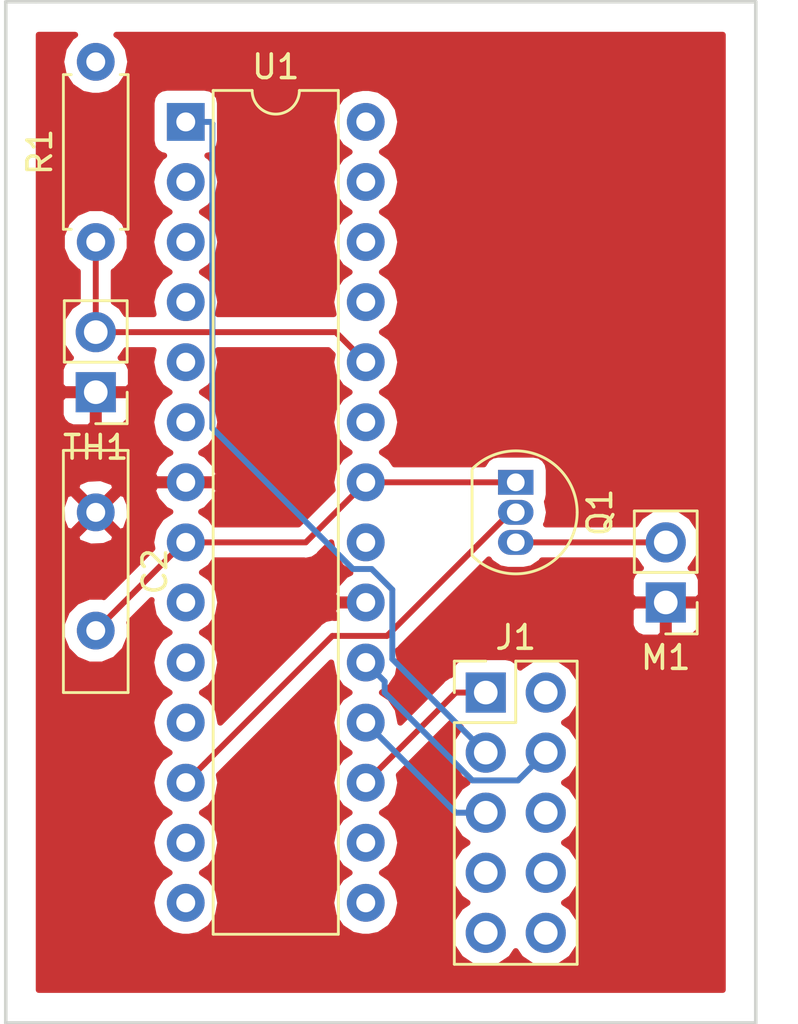
<source format=kicad_pcb>
(kicad_pcb (version 20171130) (host pcbnew 5.0.1-33cea8e~68~ubuntu16.04.1)

  (general
    (thickness 1.6)
    (drawings 5)
    (tracks 31)
    (zones 0)
    (modules 7)
    (nets 30)
  )

  (page A4)
  (layers
    (0 F.Cu signal)
    (31 B.Cu signal)
    (32 B.Adhes user)
    (33 F.Adhes user)
    (34 B.Paste user)
    (35 F.Paste user)
    (36 B.SilkS user)
    (37 F.SilkS user)
    (38 B.Mask user)
    (39 F.Mask user)
    (40 Dwgs.User user)
    (41 Cmts.User user)
    (42 Eco1.User user)
    (43 Eco2.User user)
    (44 Edge.Cuts user)
    (45 Margin user)
    (46 B.CrtYd user)
    (47 F.CrtYd user)
    (48 B.Fab user)
    (49 F.Fab user)
  )

  (setup
    (last_trace_width 0.25)
    (trace_clearance 0.2)
    (zone_clearance 0.508)
    (zone_45_only no)
    (trace_min 0.2)
    (segment_width 0.2)
    (edge_width 0.15)
    (via_size 0.8)
    (via_drill 0.4)
    (via_min_size 0.4)
    (via_min_drill 0.3)
    (uvia_size 0.3)
    (uvia_drill 0.1)
    (uvias_allowed no)
    (uvia_min_size 0.2)
    (uvia_min_drill 0.1)
    (pcb_text_width 0.3)
    (pcb_text_size 1.5 1.5)
    (mod_edge_width 0.15)
    (mod_text_size 1 1)
    (mod_text_width 0.15)
    (pad_size 1.524 1.524)
    (pad_drill 0.762)
    (pad_to_mask_clearance 0.051)
    (solder_mask_min_width 0.25)
    (aux_axis_origin 0 0)
    (visible_elements FFFFFF7F)
    (pcbplotparams
      (layerselection 0x010fc_ffffffff)
      (usegerberextensions false)
      (usegerberattributes false)
      (usegerberadvancedattributes false)
      (creategerberjobfile false)
      (excludeedgelayer true)
      (linewidth 0.100000)
      (plotframeref false)
      (viasonmask false)
      (mode 1)
      (useauxorigin false)
      (hpglpennumber 1)
      (hpglpenspeed 20)
      (hpglpendiameter 15.000000)
      (psnegative false)
      (psa4output false)
      (plotreference true)
      (plotvalue true)
      (plotinvisibletext false)
      (padsonsilk false)
      (subtractmaskfromsilk false)
      (outputformat 1)
      (mirror false)
      (drillshape 1)
      (scaleselection 1)
      (outputdirectory ""))
  )

  (net 0 "")
  (net 1 "Net-(C2-Pad1)")
  (net 2 "Net-(R1-Pad1)")
  (net 3 "Net-(C2-Pad2)")
  (net 4 "Net-(Q1-Pad2)")
  (net 5 "Net-(M1-Pad2)")
  (net 6 "Net-(J1-Pad3)")
  (net 7 "Net-(U1-Pad15)")
  (net 8 "Net-(U1-Pad2)")
  (net 9 "Net-(U1-Pad16)")
  (net 10 "Net-(U1-Pad3)")
  (net 11 "Net-(J1-Pad1)")
  (net 12 "Net-(U1-Pad4)")
  (net 13 "Net-(J1-Pad5)")
  (net 14 "Net-(U1-Pad5)")
  (net 15 "Net-(J1-Pad4)")
  (net 16 "Net-(U1-Pad6)")
  (net 17 "Net-(U1-Pad21)")
  (net 18 "Net-(U1-Pad9)")
  (net 19 "Net-(U1-Pad23)")
  (net 20 "Net-(U1-Pad10)")
  (net 21 "Net-(U1-Pad11)")
  (net 22 "Net-(U1-Pad25)")
  (net 23 "Net-(U1-Pad26)")
  (net 24 "Net-(U1-Pad13)")
  (net 25 "Net-(U1-Pad27)")
  (net 26 "Net-(U1-Pad14)")
  (net 27 "Net-(U1-Pad28)")
  (net 28 "Net-(J1-Pad2)")
  (net 29 "Net-(J1-Pad10)")

  (net_class Default "This is the default net class."
    (clearance 0.2)
    (trace_width 0.25)
    (via_dia 0.8)
    (via_drill 0.4)
    (uvia_dia 0.3)
    (uvia_drill 0.1)
    (add_net "Net-(C2-Pad1)")
    (add_net "Net-(C2-Pad2)")
    (add_net "Net-(J1-Pad1)")
    (add_net "Net-(J1-Pad10)")
    (add_net "Net-(J1-Pad2)")
    (add_net "Net-(J1-Pad3)")
    (add_net "Net-(J1-Pad4)")
    (add_net "Net-(J1-Pad5)")
    (add_net "Net-(M1-Pad2)")
    (add_net "Net-(Q1-Pad2)")
    (add_net "Net-(R1-Pad1)")
    (add_net "Net-(U1-Pad10)")
    (add_net "Net-(U1-Pad11)")
    (add_net "Net-(U1-Pad13)")
    (add_net "Net-(U1-Pad14)")
    (add_net "Net-(U1-Pad15)")
    (add_net "Net-(U1-Pad16)")
    (add_net "Net-(U1-Pad2)")
    (add_net "Net-(U1-Pad21)")
    (add_net "Net-(U1-Pad23)")
    (add_net "Net-(U1-Pad25)")
    (add_net "Net-(U1-Pad26)")
    (add_net "Net-(U1-Pad27)")
    (add_net "Net-(U1-Pad28)")
    (add_net "Net-(U1-Pad3)")
    (add_net "Net-(U1-Pad4)")
    (add_net "Net-(U1-Pad5)")
    (add_net "Net-(U1-Pad6)")
    (add_net "Net-(U1-Pad9)")
  )

  (module Resistor_THT:R_Axial_DIN0207_L6.3mm_D2.5mm_P7.62mm_Horizontal (layer F.Cu) (tedit 5AE5139B) (tstamp 5C07A13D)
    (at 123.19 72.39 90)
    (descr "Resistor, Axial_DIN0207 series, Axial, Horizontal, pin pitch=7.62mm, 0.25W = 1/4W, length*diameter=6.3*2.5mm^2, http://cdn-reichelt.de/documents/datenblatt/B400/1_4W%23YAG.pdf")
    (tags "Resistor Axial_DIN0207 series Axial Horizontal pin pitch 7.62mm 0.25W = 1/4W length 6.3mm diameter 2.5mm")
    (path /5BFB40CC)
    (fp_text reference R1 (at 3.81 -2.37 90) (layer F.SilkS)
      (effects (font (size 1 1) (thickness 0.15)))
    )
    (fp_text value 6800 (at 3.81 2.37 90) (layer F.Fab)
      (effects (font (size 1 1) (thickness 0.15)))
    )
    (fp_line (start 0.66 -1.25) (end 0.66 1.25) (layer F.Fab) (width 0.1))
    (fp_line (start 0.66 1.25) (end 6.96 1.25) (layer F.Fab) (width 0.1))
    (fp_line (start 6.96 1.25) (end 6.96 -1.25) (layer F.Fab) (width 0.1))
    (fp_line (start 6.96 -1.25) (end 0.66 -1.25) (layer F.Fab) (width 0.1))
    (fp_line (start 0 0) (end 0.66 0) (layer F.Fab) (width 0.1))
    (fp_line (start 7.62 0) (end 6.96 0) (layer F.Fab) (width 0.1))
    (fp_line (start 0.54 -1.04) (end 0.54 -1.37) (layer F.SilkS) (width 0.12))
    (fp_line (start 0.54 -1.37) (end 7.08 -1.37) (layer F.SilkS) (width 0.12))
    (fp_line (start 7.08 -1.37) (end 7.08 -1.04) (layer F.SilkS) (width 0.12))
    (fp_line (start 0.54 1.04) (end 0.54 1.37) (layer F.SilkS) (width 0.12))
    (fp_line (start 0.54 1.37) (end 7.08 1.37) (layer F.SilkS) (width 0.12))
    (fp_line (start 7.08 1.37) (end 7.08 1.04) (layer F.SilkS) (width 0.12))
    (fp_line (start -1.05 -1.5) (end -1.05 1.5) (layer F.CrtYd) (width 0.05))
    (fp_line (start -1.05 1.5) (end 8.67 1.5) (layer F.CrtYd) (width 0.05))
    (fp_line (start 8.67 1.5) (end 8.67 -1.5) (layer F.CrtYd) (width 0.05))
    (fp_line (start 8.67 -1.5) (end -1.05 -1.5) (layer F.CrtYd) (width 0.05))
    (fp_text user %R (at 3.81 0 90) (layer F.Fab)
      (effects (font (size 1 1) (thickness 0.15)))
    )
    (pad 1 thru_hole circle (at 0 0 90) (size 1.6 1.6) (drill 0.8) (layers *.Cu *.Mask)
      (net 2 "Net-(R1-Pad1)"))
    (pad 2 thru_hole oval (at 7.62 0 90) (size 1.6 1.6) (drill 0.8) (layers *.Cu *.Mask)
      (net 3 "Net-(C2-Pad2)"))
    (model ${KISYS3DMOD}/Resistor_THT.3dshapes/R_Axial_DIN0207_L6.3mm_D2.5mm_P7.62mm_Horizontal.wrl
      (at (xyz 0 0 0))
      (scale (xyz 1 1 1))
      (rotate (xyz 0 0 0))
    )
  )

  (module Connector_PinHeader_2.54mm:PinHeader_1x02_P2.54mm_Vertical (layer F.Cu) (tedit 59FED5CC) (tstamp 5C00A5C2)
    (at 123.19 78.74 180)
    (descr "Through hole straight pin header, 1x02, 2.54mm pitch, single row")
    (tags "Through hole pin header THT 1x02 2.54mm single row")
    (path /5BFB48A6)
    (fp_text reference TH1 (at 0 -2.33 180) (layer F.SilkS)
      (effects (font (size 1 1) (thickness 0.15)))
    )
    (fp_text value Thermistor (at 0 4.87 180) (layer F.Fab)
      (effects (font (size 1 1) (thickness 0.15)))
    )
    (fp_text user %R (at 0 1.27 270) (layer F.Fab)
      (effects (font (size 1 1) (thickness 0.15)))
    )
    (fp_line (start 1.8 -1.8) (end -1.8 -1.8) (layer F.CrtYd) (width 0.05))
    (fp_line (start 1.8 4.35) (end 1.8 -1.8) (layer F.CrtYd) (width 0.05))
    (fp_line (start -1.8 4.35) (end 1.8 4.35) (layer F.CrtYd) (width 0.05))
    (fp_line (start -1.8 -1.8) (end -1.8 4.35) (layer F.CrtYd) (width 0.05))
    (fp_line (start -1.33 -1.33) (end 0 -1.33) (layer F.SilkS) (width 0.12))
    (fp_line (start -1.33 0) (end -1.33 -1.33) (layer F.SilkS) (width 0.12))
    (fp_line (start -1.33 1.27) (end 1.33 1.27) (layer F.SilkS) (width 0.12))
    (fp_line (start 1.33 1.27) (end 1.33 3.87) (layer F.SilkS) (width 0.12))
    (fp_line (start -1.33 1.27) (end -1.33 3.87) (layer F.SilkS) (width 0.12))
    (fp_line (start -1.33 3.87) (end 1.33 3.87) (layer F.SilkS) (width 0.12))
    (fp_line (start -1.27 -0.635) (end -0.635 -1.27) (layer F.Fab) (width 0.1))
    (fp_line (start -1.27 3.81) (end -1.27 -0.635) (layer F.Fab) (width 0.1))
    (fp_line (start 1.27 3.81) (end -1.27 3.81) (layer F.Fab) (width 0.1))
    (fp_line (start 1.27 -1.27) (end 1.27 3.81) (layer F.Fab) (width 0.1))
    (fp_line (start -0.635 -1.27) (end 1.27 -1.27) (layer F.Fab) (width 0.1))
    (pad 2 thru_hole oval (at 0 2.54 180) (size 1.7 1.7) (drill 1) (layers *.Cu *.Mask)
      (net 2 "Net-(R1-Pad1)"))
    (pad 1 thru_hole rect (at 0 0 180) (size 1.7 1.7) (drill 1) (layers *.Cu *.Mask)
      (net 1 "Net-(C2-Pad1)"))
    (model ${KISYS3DMOD}/Connector_PinHeader_2.54mm.3dshapes/PinHeader_1x02_P2.54mm_Vertical.wrl
      (at (xyz 0 0 0))
      (scale (xyz 1 1 1))
      (rotate (xyz 0 0 0))
    )
  )

  (module Capacitor_THT:C_Disc_D10.0mm_W2.5mm_P5.00mm (layer F.Cu) (tedit 5AE50EF0) (tstamp 5C07A07B)
    (at 123.19 83.82 270)
    (descr "C, Disc series, Radial, pin pitch=5.00mm, , diameter*width=10*2.5mm^2, Capacitor, http://cdn-reichelt.de/documents/datenblatt/B300/DS_KERKO_TC.pdf")
    (tags "C Disc series Radial pin pitch 5.00mm  diameter 10mm width 2.5mm Capacitor")
    (path /5BFB3E7F)
    (fp_text reference C2 (at 2.5 -2.5 270) (layer F.SilkS)
      (effects (font (size 1 1) (thickness 0.15)))
    )
    (fp_text value 0.1u (at 2.5 2.5 270) (layer F.Fab)
      (effects (font (size 1 1) (thickness 0.15)))
    )
    (fp_line (start -2.5 -1.25) (end -2.5 1.25) (layer F.Fab) (width 0.1))
    (fp_line (start -2.5 1.25) (end 7.5 1.25) (layer F.Fab) (width 0.1))
    (fp_line (start 7.5 1.25) (end 7.5 -1.25) (layer F.Fab) (width 0.1))
    (fp_line (start 7.5 -1.25) (end -2.5 -1.25) (layer F.Fab) (width 0.1))
    (fp_line (start -2.62 -1.37) (end 7.62 -1.37) (layer F.SilkS) (width 0.12))
    (fp_line (start -2.62 1.37) (end 7.62 1.37) (layer F.SilkS) (width 0.12))
    (fp_line (start -2.62 -1.37) (end -2.62 1.37) (layer F.SilkS) (width 0.12))
    (fp_line (start 7.62 -1.37) (end 7.62 1.37) (layer F.SilkS) (width 0.12))
    (fp_line (start -2.75 -1.5) (end -2.75 1.5) (layer F.CrtYd) (width 0.05))
    (fp_line (start -2.75 1.5) (end 7.75 1.5) (layer F.CrtYd) (width 0.05))
    (fp_line (start 7.75 1.5) (end 7.75 -1.5) (layer F.CrtYd) (width 0.05))
    (fp_line (start 7.75 -1.5) (end -2.75 -1.5) (layer F.CrtYd) (width 0.05))
    (fp_text user %R (at 2.5 0 270) (layer F.Fab)
      (effects (font (size 1 1) (thickness 0.15)))
    )
    (pad 1 thru_hole circle (at 0 0 270) (size 1.6 1.6) (drill 0.8) (layers *.Cu *.Mask)
      (net 1 "Net-(C2-Pad1)"))
    (pad 2 thru_hole circle (at 5 0 270) (size 1.6 1.6) (drill 0.8) (layers *.Cu *.Mask)
      (net 3 "Net-(C2-Pad2)"))
    (model ${KISYS3DMOD}/Capacitor_THT.3dshapes/C_Disc_D10.0mm_W2.5mm_P5.00mm.wrl
      (at (xyz 0 0 0))
      (scale (xyz 1 1 1))
      (rotate (xyz 0 0 0))
    )
  )

  (module Connector_PinHeader_2.54mm:PinHeader_1x02_P2.54mm_Vertical (layer F.Cu) (tedit 59FED5CC) (tstamp 5C07AF50)
    (at 147.32 87.63 180)
    (descr "Through hole straight pin header, 1x02, 2.54mm pitch, single row")
    (tags "Through hole pin header THT 1x02 2.54mm single row")
    (path /5BFB4178)
    (fp_text reference M1 (at 0 -2.33 180) (layer F.SilkS)
      (effects (font (size 1 1) (thickness 0.15)))
    )
    (fp_text value Fan (at 0 4.87 180) (layer F.Fab)
      (effects (font (size 1 1) (thickness 0.15)))
    )
    (fp_line (start -0.635 -1.27) (end 1.27 -1.27) (layer F.Fab) (width 0.1))
    (fp_line (start 1.27 -1.27) (end 1.27 3.81) (layer F.Fab) (width 0.1))
    (fp_line (start 1.27 3.81) (end -1.27 3.81) (layer F.Fab) (width 0.1))
    (fp_line (start -1.27 3.81) (end -1.27 -0.635) (layer F.Fab) (width 0.1))
    (fp_line (start -1.27 -0.635) (end -0.635 -1.27) (layer F.Fab) (width 0.1))
    (fp_line (start -1.33 3.87) (end 1.33 3.87) (layer F.SilkS) (width 0.12))
    (fp_line (start -1.33 1.27) (end -1.33 3.87) (layer F.SilkS) (width 0.12))
    (fp_line (start 1.33 1.27) (end 1.33 3.87) (layer F.SilkS) (width 0.12))
    (fp_line (start -1.33 1.27) (end 1.33 1.27) (layer F.SilkS) (width 0.12))
    (fp_line (start -1.33 0) (end -1.33 -1.33) (layer F.SilkS) (width 0.12))
    (fp_line (start -1.33 -1.33) (end 0 -1.33) (layer F.SilkS) (width 0.12))
    (fp_line (start -1.8 -1.8) (end -1.8 4.35) (layer F.CrtYd) (width 0.05))
    (fp_line (start -1.8 4.35) (end 1.8 4.35) (layer F.CrtYd) (width 0.05))
    (fp_line (start 1.8 4.35) (end 1.8 -1.8) (layer F.CrtYd) (width 0.05))
    (fp_line (start 1.8 -1.8) (end -1.8 -1.8) (layer F.CrtYd) (width 0.05))
    (fp_text user %R (at 0 1.27 270) (layer F.Fab)
      (effects (font (size 1 1) (thickness 0.15)))
    )
    (pad 1 thru_hole rect (at 0 0 180) (size 1.7 1.7) (drill 1) (layers *.Cu *.Mask)
      (net 1 "Net-(C2-Pad1)"))
    (pad 2 thru_hole oval (at 0 2.54 180) (size 1.7 1.7) (drill 1) (layers *.Cu *.Mask)
      (net 5 "Net-(M1-Pad2)"))
    (model ${KISYS3DMOD}/Connector_PinHeader_2.54mm.3dshapes/PinHeader_1x02_P2.54mm_Vertical.wrl
      (at (xyz 0 0 0))
      (scale (xyz 1 1 1))
      (rotate (xyz 0 0 0))
    )
  )

  (module Connector_PinHeader_2.54mm:PinHeader_2x05_P2.54mm_Vertical (layer F.Cu) (tedit 59FED5CC) (tstamp 5C00A761)
    (at 139.7 91.44)
    (descr "Through hole straight pin header, 2x05, 2.54mm pitch, double rows")
    (tags "Through hole pin header THT 2x05 2.54mm double row")
    (path /5BFB4287)
    (fp_text reference J1 (at 1.27 -2.33) (layer F.SilkS)
      (effects (font (size 1 1) (thickness 0.15)))
    )
    (fp_text value Conn_02x05_Counter_Clockwise (at 1.27 12.49) (layer F.Fab)
      (effects (font (size 1 1) (thickness 0.15)))
    )
    (fp_line (start 0 -1.27) (end 3.81 -1.27) (layer F.Fab) (width 0.1))
    (fp_line (start 3.81 -1.27) (end 3.81 11.43) (layer F.Fab) (width 0.1))
    (fp_line (start 3.81 11.43) (end -1.27 11.43) (layer F.Fab) (width 0.1))
    (fp_line (start -1.27 11.43) (end -1.27 0) (layer F.Fab) (width 0.1))
    (fp_line (start -1.27 0) (end 0 -1.27) (layer F.Fab) (width 0.1))
    (fp_line (start -1.33 11.49) (end 3.87 11.49) (layer F.SilkS) (width 0.12))
    (fp_line (start -1.33 1.27) (end -1.33 11.49) (layer F.SilkS) (width 0.12))
    (fp_line (start 3.87 -1.33) (end 3.87 11.49) (layer F.SilkS) (width 0.12))
    (fp_line (start -1.33 1.27) (end 1.27 1.27) (layer F.SilkS) (width 0.12))
    (fp_line (start 1.27 1.27) (end 1.27 -1.33) (layer F.SilkS) (width 0.12))
    (fp_line (start 1.27 -1.33) (end 3.87 -1.33) (layer F.SilkS) (width 0.12))
    (fp_line (start -1.33 0) (end -1.33 -1.33) (layer F.SilkS) (width 0.12))
    (fp_line (start -1.33 -1.33) (end 0 -1.33) (layer F.SilkS) (width 0.12))
    (fp_line (start -1.8 -1.8) (end -1.8 11.95) (layer F.CrtYd) (width 0.05))
    (fp_line (start -1.8 11.95) (end 4.35 11.95) (layer F.CrtYd) (width 0.05))
    (fp_line (start 4.35 11.95) (end 4.35 -1.8) (layer F.CrtYd) (width 0.05))
    (fp_line (start 4.35 -1.8) (end -1.8 -1.8) (layer F.CrtYd) (width 0.05))
    (fp_text user %R (at 1.27 5.08 90) (layer F.Fab)
      (effects (font (size 1 1) (thickness 0.15)))
    )
    (pad 1 thru_hole rect (at 0 0) (size 1.7 1.7) (drill 1) (layers *.Cu *.Mask)
      (net 11 "Net-(J1-Pad1)"))
    (pad 2 thru_hole oval (at 2.54 0) (size 1.7 1.7) (drill 1) (layers *.Cu *.Mask)
      (net 28 "Net-(J1-Pad2)"))
    (pad 3 thru_hole oval (at 0 2.54) (size 1.7 1.7) (drill 1) (layers *.Cu *.Mask)
      (net 6 "Net-(J1-Pad3)"))
    (pad 4 thru_hole oval (at 2.54 2.54) (size 1.7 1.7) (drill 1) (layers *.Cu *.Mask)
      (net 15 "Net-(J1-Pad4)"))
    (pad 5 thru_hole oval (at 0 5.08) (size 1.7 1.7) (drill 1) (layers *.Cu *.Mask)
      (net 13 "Net-(J1-Pad5)"))
    (pad 6 thru_hole oval (at 2.54 5.08) (size 1.7 1.7) (drill 1) (layers *.Cu *.Mask)
      (net 3 "Net-(C2-Pad2)"))
    (pad 7 thru_hole oval (at 0 7.62) (size 1.7 1.7) (drill 1) (layers *.Cu *.Mask)
      (net 3 "Net-(C2-Pad2)"))
    (pad 8 thru_hole oval (at 2.54 7.62) (size 1.7 1.7) (drill 1) (layers *.Cu *.Mask)
      (net 3 "Net-(C2-Pad2)"))
    (pad 9 thru_hole oval (at 0 10.16) (size 1.7 1.7) (drill 1) (layers *.Cu *.Mask)
      (net 3 "Net-(C2-Pad2)"))
    (pad 10 thru_hole oval (at 2.54 10.16) (size 1.7 1.7) (drill 1) (layers *.Cu *.Mask)
      (net 29 "Net-(J1-Pad10)"))
    (model ${KISYS3DMOD}/Connector_PinHeader_2.54mm.3dshapes/PinHeader_2x05_P2.54mm_Vertical.wrl
      (at (xyz 0 0 0))
      (scale (xyz 1 1 1))
      (rotate (xyz 0 0 0))
    )
  )

  (module Package_DIP:DIP-28_W7.62mm (layer F.Cu) (tedit 5A02E8C5) (tstamp 5C079C2F)
    (at 127 67.31)
    (descr "28-lead though-hole mounted DIP package, row spacing 7.62 mm (300 mils)")
    (tags "THT DIP DIL PDIP 2.54mm 7.62mm 300mil")
    (path /5BFB3CC0)
    (fp_text reference U1 (at 3.81 -2.33) (layer F.SilkS)
      (effects (font (size 1 1) (thickness 0.15)))
    )
    (fp_text value ATmega328P-PU (at 3.81 35.35) (layer F.Fab)
      (effects (font (size 1 1) (thickness 0.15)))
    )
    (fp_arc (start 3.81 -1.33) (end 2.81 -1.33) (angle -180) (layer F.SilkS) (width 0.12))
    (fp_line (start 1.635 -1.27) (end 6.985 -1.27) (layer F.Fab) (width 0.1))
    (fp_line (start 6.985 -1.27) (end 6.985 34.29) (layer F.Fab) (width 0.1))
    (fp_line (start 6.985 34.29) (end 0.635 34.29) (layer F.Fab) (width 0.1))
    (fp_line (start 0.635 34.29) (end 0.635 -0.27) (layer F.Fab) (width 0.1))
    (fp_line (start 0.635 -0.27) (end 1.635 -1.27) (layer F.Fab) (width 0.1))
    (fp_line (start 2.81 -1.33) (end 1.16 -1.33) (layer F.SilkS) (width 0.12))
    (fp_line (start 1.16 -1.33) (end 1.16 34.35) (layer F.SilkS) (width 0.12))
    (fp_line (start 1.16 34.35) (end 6.46 34.35) (layer F.SilkS) (width 0.12))
    (fp_line (start 6.46 34.35) (end 6.46 -1.33) (layer F.SilkS) (width 0.12))
    (fp_line (start 6.46 -1.33) (end 4.81 -1.33) (layer F.SilkS) (width 0.12))
    (fp_line (start -1.1 -1.55) (end -1.1 34.55) (layer F.CrtYd) (width 0.05))
    (fp_line (start -1.1 34.55) (end 8.7 34.55) (layer F.CrtYd) (width 0.05))
    (fp_line (start 8.7 34.55) (end 8.7 -1.55) (layer F.CrtYd) (width 0.05))
    (fp_line (start 8.7 -1.55) (end -1.1 -1.55) (layer F.CrtYd) (width 0.05))
    (fp_text user %R (at 3.81 16.51) (layer F.Fab)
      (effects (font (size 1 1) (thickness 0.15)))
    )
    (pad 1 thru_hole rect (at 0 0) (size 1.6 1.6) (drill 0.8) (layers *.Cu *.Mask)
      (net 6 "Net-(J1-Pad3)"))
    (pad 15 thru_hole oval (at 7.62 33.02) (size 1.6 1.6) (drill 0.8) (layers *.Cu *.Mask)
      (net 7 "Net-(U1-Pad15)"))
    (pad 2 thru_hole oval (at 0 2.54) (size 1.6 1.6) (drill 0.8) (layers *.Cu *.Mask)
      (net 8 "Net-(U1-Pad2)"))
    (pad 16 thru_hole oval (at 7.62 30.48) (size 1.6 1.6) (drill 0.8) (layers *.Cu *.Mask)
      (net 9 "Net-(U1-Pad16)"))
    (pad 3 thru_hole oval (at 0 5.08) (size 1.6 1.6) (drill 0.8) (layers *.Cu *.Mask)
      (net 10 "Net-(U1-Pad3)"))
    (pad 17 thru_hole oval (at 7.62 27.94) (size 1.6 1.6) (drill 0.8) (layers *.Cu *.Mask)
      (net 11 "Net-(J1-Pad1)"))
    (pad 4 thru_hole oval (at 0 7.62) (size 1.6 1.6) (drill 0.8) (layers *.Cu *.Mask)
      (net 12 "Net-(U1-Pad4)"))
    (pad 18 thru_hole oval (at 7.62 25.4) (size 1.6 1.6) (drill 0.8) (layers *.Cu *.Mask)
      (net 13 "Net-(J1-Pad5)"))
    (pad 5 thru_hole oval (at 0 10.16) (size 1.6 1.6) (drill 0.8) (layers *.Cu *.Mask)
      (net 14 "Net-(U1-Pad5)"))
    (pad 19 thru_hole oval (at 7.62 22.86) (size 1.6 1.6) (drill 0.8) (layers *.Cu *.Mask)
      (net 15 "Net-(J1-Pad4)"))
    (pad 6 thru_hole oval (at 0 12.7) (size 1.6 1.6) (drill 0.8) (layers *.Cu *.Mask)
      (net 16 "Net-(U1-Pad6)"))
    (pad 20 thru_hole oval (at 7.62 20.32) (size 1.6 1.6) (drill 0.8) (layers *.Cu *.Mask)
      (net 1 "Net-(C2-Pad1)"))
    (pad 7 thru_hole oval (at 0 15.24) (size 1.6 1.6) (drill 0.8) (layers *.Cu *.Mask)
      (net 1 "Net-(C2-Pad1)"))
    (pad 21 thru_hole oval (at 7.62 17.78) (size 1.6 1.6) (drill 0.8) (layers *.Cu *.Mask)
      (net 17 "Net-(U1-Pad21)"))
    (pad 8 thru_hole oval (at 0 17.78) (size 1.6 1.6) (drill 0.8) (layers *.Cu *.Mask)
      (net 3 "Net-(C2-Pad2)"))
    (pad 22 thru_hole oval (at 7.62 15.24) (size 1.6 1.6) (drill 0.8) (layers *.Cu *.Mask)
      (net 3 "Net-(C2-Pad2)"))
    (pad 9 thru_hole oval (at 0 20.32) (size 1.6 1.6) (drill 0.8) (layers *.Cu *.Mask)
      (net 18 "Net-(U1-Pad9)"))
    (pad 23 thru_hole oval (at 7.62 12.7) (size 1.6 1.6) (drill 0.8) (layers *.Cu *.Mask)
      (net 19 "Net-(U1-Pad23)"))
    (pad 10 thru_hole oval (at 0 22.86) (size 1.6 1.6) (drill 0.8) (layers *.Cu *.Mask)
      (net 20 "Net-(U1-Pad10)"))
    (pad 24 thru_hole oval (at 7.62 10.16) (size 1.6 1.6) (drill 0.8) (layers *.Cu *.Mask)
      (net 2 "Net-(R1-Pad1)"))
    (pad 11 thru_hole oval (at 0 25.4) (size 1.6 1.6) (drill 0.8) (layers *.Cu *.Mask)
      (net 21 "Net-(U1-Pad11)"))
    (pad 25 thru_hole oval (at 7.62 7.62) (size 1.6 1.6) (drill 0.8) (layers *.Cu *.Mask)
      (net 22 "Net-(U1-Pad25)"))
    (pad 12 thru_hole oval (at 0 27.94) (size 1.6 1.6) (drill 0.8) (layers *.Cu *.Mask)
      (net 4 "Net-(Q1-Pad2)"))
    (pad 26 thru_hole oval (at 7.62 5.08) (size 1.6 1.6) (drill 0.8) (layers *.Cu *.Mask)
      (net 23 "Net-(U1-Pad26)"))
    (pad 13 thru_hole oval (at 0 30.48) (size 1.6 1.6) (drill 0.8) (layers *.Cu *.Mask)
      (net 24 "Net-(U1-Pad13)"))
    (pad 27 thru_hole oval (at 7.62 2.54) (size 1.6 1.6) (drill 0.8) (layers *.Cu *.Mask)
      (net 25 "Net-(U1-Pad27)"))
    (pad 14 thru_hole oval (at 0 33.02) (size 1.6 1.6) (drill 0.8) (layers *.Cu *.Mask)
      (net 26 "Net-(U1-Pad14)"))
    (pad 28 thru_hole oval (at 7.62 0) (size 1.6 1.6) (drill 0.8) (layers *.Cu *.Mask)
      (net 27 "Net-(U1-Pad28)"))
    (model ${KISYS3DMOD}/Package_DIP.3dshapes/DIP-28_W7.62mm.wrl
      (at (xyz 0 0 0))
      (scale (xyz 1 1 1))
      (rotate (xyz 0 0 0))
    )
  )

  (module Package_TO_SOT_THT:TO-92_Inline (layer F.Cu) (tedit 5A1DD157) (tstamp 5C07AE99)
    (at 140.97 82.55 270)
    (descr "TO-92 leads in-line, narrow, oval pads, drill 0.75mm (see NXP sot054_po.pdf)")
    (tags "to-92 sc-43 sc-43a sot54 PA33 transistor")
    (path /5BFB3FA6)
    (fp_text reference Q1 (at 1.27 -3.56 270) (layer F.SilkS)
      (effects (font (size 1 1) (thickness 0.15)))
    )
    (fp_text value 2N7000 (at 1.27 2.79 270) (layer F.Fab)
      (effects (font (size 1 1) (thickness 0.15)))
    )
    (fp_text user %R (at 1.27 -3.56 270) (layer F.Fab)
      (effects (font (size 1 1) (thickness 0.15)))
    )
    (fp_line (start -0.53 1.85) (end 3.07 1.85) (layer F.SilkS) (width 0.12))
    (fp_line (start -0.5 1.75) (end 3 1.75) (layer F.Fab) (width 0.1))
    (fp_line (start -1.46 -2.73) (end 4 -2.73) (layer F.CrtYd) (width 0.05))
    (fp_line (start -1.46 -2.73) (end -1.46 2.01) (layer F.CrtYd) (width 0.05))
    (fp_line (start 4 2.01) (end 4 -2.73) (layer F.CrtYd) (width 0.05))
    (fp_line (start 4 2.01) (end -1.46 2.01) (layer F.CrtYd) (width 0.05))
    (fp_arc (start 1.27 0) (end 1.27 -2.48) (angle 135) (layer F.Fab) (width 0.1))
    (fp_arc (start 1.27 0) (end 1.27 -2.6) (angle -135) (layer F.SilkS) (width 0.12))
    (fp_arc (start 1.27 0) (end 1.27 -2.48) (angle -135) (layer F.Fab) (width 0.1))
    (fp_arc (start 1.27 0) (end 1.27 -2.6) (angle 135) (layer F.SilkS) (width 0.12))
    (pad 2 thru_hole oval (at 1.27 0 270) (size 1.05 1.5) (drill 0.75) (layers *.Cu *.Mask)
      (net 4 "Net-(Q1-Pad2)"))
    (pad 3 thru_hole oval (at 2.54 0 270) (size 1.05 1.5) (drill 0.75) (layers *.Cu *.Mask)
      (net 5 "Net-(M1-Pad2)"))
    (pad 1 thru_hole rect (at 0 0 270) (size 1.05 1.5) (drill 0.75) (layers *.Cu *.Mask)
      (net 3 "Net-(C2-Pad2)"))
    (model ${KISYS3DMOD}/Package_TO_SOT_THT.3dshapes/TO-92_Inline.wrl
      (at (xyz 0 0 0))
      (scale (xyz 1 1 1))
      (rotate (xyz 0 0 0))
    )
  )

  (gr_line (start 119.38 62.23) (end 120.65 62.23) (layer Edge.Cuts) (width 0.15))
  (gr_line (start 119.38 105.41) (end 119.38 62.23) (layer Edge.Cuts) (width 0.15))
  (gr_line (start 151.13 105.41) (end 119.38 105.41) (layer Edge.Cuts) (width 0.15))
  (gr_line (start 151.13 62.23) (end 151.13 105.41) (layer Edge.Cuts) (width 0.15))
  (gr_line (start 120.65 62.23) (end 151.13 62.23) (layer Edge.Cuts) (width 0.15))

  (segment (start 123.19 72.39) (end 123.19 76.2) (width 0.25) (layer F.Cu) (net 2))
  (segment (start 133.35 76.2) (end 134.62 77.47) (width 0.25) (layer F.Cu) (net 2))
  (segment (start 123.19 76.2) (end 133.35 76.2) (width 0.25) (layer F.Cu) (net 2))
  (segment (start 140.97 82.55) (end 134.62 82.55) (width 0.25) (layer F.Cu) (net 3))
  (segment (start 126.92 85.09) (end 127 85.09) (width 0.25) (layer F.Cu) (net 3))
  (segment (start 123.19 88.82) (end 126.92 85.09) (width 0.25) (layer F.Cu) (net 3))
  (segment (start 132.08 85.09) (end 134.62 82.55) (width 0.25) (layer F.Cu) (net 3))
  (segment (start 127 85.09) (end 132.08 85.09) (width 0.25) (layer F.Cu) (net 3))
  (segment (start 133.205001 89.044999) (end 127.799999 94.450001) (width 0.25) (layer F.Cu) (net 4))
  (segment (start 127.799999 94.450001) (end 127 95.25) (width 0.25) (layer F.Cu) (net 4))
  (segment (start 135.520001 89.044999) (end 133.205001 89.044999) (width 0.25) (layer F.Cu) (net 4))
  (segment (start 140.745 83.82) (end 135.520001 89.044999) (width 0.25) (layer F.Cu) (net 4))
  (segment (start 140.97 83.82) (end 140.745 83.82) (width 0.25) (layer F.Cu) (net 4))
  (segment (start 147.32 85.09) (end 140.97 85.09) (width 0.25) (layer F.Cu) (net 5))
  (segment (start 128.05 67.31) (end 127 67.31) (width 0.25) (layer B.Cu) (net 6))
  (segment (start 128.125001 67.385001) (end 128.05 67.31) (width 0.25) (layer B.Cu) (net 6))
  (segment (start 128.125001 80.260003) (end 128.125001 67.385001) (width 0.25) (layer B.Cu) (net 6))
  (segment (start 134.079999 86.215001) (end 128.125001 80.260003) (width 0.25) (layer B.Cu) (net 6))
  (segment (start 134.870003 86.215001) (end 134.079999 86.215001) (width 0.25) (layer B.Cu) (net 6))
  (segment (start 135.745001 87.089999) (end 134.870003 86.215001) (width 0.25) (layer B.Cu) (net 6))
  (segment (start 135.745001 90.025001) (end 135.745001 87.089999) (width 0.25) (layer B.Cu) (net 6))
  (segment (start 139.7 93.98) (end 135.745001 90.025001) (width 0.25) (layer B.Cu) (net 6))
  (segment (start 138.43 91.44) (end 134.62 95.25) (width 0.25) (layer F.Cu) (net 11))
  (segment (start 139.7 91.44) (end 138.43 91.44) (width 0.25) (layer F.Cu) (net 11))
  (segment (start 138.43 96.52) (end 134.62 92.71) (width 0.25) (layer B.Cu) (net 13))
  (segment (start 139.7 96.52) (end 138.43 96.52) (width 0.25) (layer B.Cu) (net 13))
  (segment (start 135.419999 90.969999) (end 134.62 90.17) (width 0.25) (layer B.Cu) (net 15))
  (segment (start 135.419999 91.439001) (end 135.419999 90.969999) (width 0.25) (layer B.Cu) (net 15))
  (segment (start 139.135999 95.155001) (end 135.419999 91.439001) (width 0.25) (layer B.Cu) (net 15))
  (segment (start 141.064999 95.155001) (end 139.135999 95.155001) (width 0.25) (layer B.Cu) (net 15))
  (segment (start 142.24 93.98) (end 141.064999 95.155001) (width 0.25) (layer B.Cu) (net 15))

  (zone (net 1) (net_name "Net-(C2-Pad1)") (layer F.Cu) (tstamp 0) (hatch edge 0.508)
    (connect_pads (clearance 0.508))
    (min_thickness 0.254)
    (fill yes (arc_segments 16) (thermal_gap 0.508) (thermal_bridge_width 0.508))
    (polygon
      (pts
        (xy 120.65 63.5) (xy 149.86 63.5) (xy 149.86 104.14) (xy 120.65 104.14)
      )
    )
    (filled_polygon
      (pts
        (xy 122.155423 63.735423) (xy 121.83826 64.210091) (xy 121.726887 64.77) (xy 121.83826 65.329909) (xy 122.155423 65.804577)
        (xy 122.630091 66.12174) (xy 123.048667 66.205) (xy 123.331333 66.205) (xy 123.749909 66.12174) (xy 124.224577 65.804577)
        (xy 124.54174 65.329909) (xy 124.653113 64.77) (xy 124.54174 64.210091) (xy 124.224577 63.735423) (xy 124.062311 63.627)
        (xy 149.733 63.627) (xy 149.733 104.013) (xy 120.777 104.013) (xy 120.777 84.827745) (xy 122.361861 84.827745)
        (xy 122.435995 85.073864) (xy 122.973223 85.266965) (xy 123.543454 85.239778) (xy 123.944005 85.073864) (xy 124.018139 84.827745)
        (xy 123.19 83.999605) (xy 122.361861 84.827745) (xy 120.777 84.827745) (xy 120.777 83.603223) (xy 121.743035 83.603223)
        (xy 121.770222 84.173454) (xy 121.936136 84.574005) (xy 122.182255 84.648139) (xy 123.010395 83.82) (xy 123.369605 83.82)
        (xy 124.197745 84.648139) (xy 124.443864 84.574005) (xy 124.636965 84.036777) (xy 124.609778 83.466546) (xy 124.443864 83.065995)
        (xy 124.197745 82.991861) (xy 123.369605 83.82) (xy 123.010395 83.82) (xy 122.182255 82.991861) (xy 121.936136 83.065995)
        (xy 121.743035 83.603223) (xy 120.777 83.603223) (xy 120.777 82.812255) (xy 122.361861 82.812255) (xy 123.19 83.640395)
        (xy 124.018139 82.812255) (xy 123.944005 82.566136) (xy 123.406777 82.373035) (xy 122.836546 82.400222) (xy 122.435995 82.566136)
        (xy 122.361861 82.812255) (xy 120.777 82.812255) (xy 120.777 79.02575) (xy 121.705 79.02575) (xy 121.705 79.71631)
        (xy 121.801673 79.949699) (xy 121.980302 80.128327) (xy 122.213691 80.225) (xy 122.90425 80.225) (xy 123.063 80.06625)
        (xy 123.063 78.867) (xy 123.317 78.867) (xy 123.317 80.06625) (xy 123.47575 80.225) (xy 124.166309 80.225)
        (xy 124.399698 80.128327) (xy 124.578327 79.949699) (xy 124.675 79.71631) (xy 124.675 79.02575) (xy 124.51625 78.867)
        (xy 123.317 78.867) (xy 123.063 78.867) (xy 121.86375 78.867) (xy 121.705 79.02575) (xy 120.777 79.02575)
        (xy 120.777 76.2) (xy 121.675908 76.2) (xy 121.791161 76.779418) (xy 122.119375 77.270625) (xy 122.141033 77.285096)
        (xy 121.980302 77.351673) (xy 121.801673 77.530301) (xy 121.705 77.76369) (xy 121.705 78.45425) (xy 121.86375 78.613)
        (xy 123.063 78.613) (xy 123.063 78.593) (xy 123.317 78.593) (xy 123.317 78.613) (xy 124.51625 78.613)
        (xy 124.675 78.45425) (xy 124.675 77.76369) (xy 124.578327 77.530301) (xy 124.399698 77.351673) (xy 124.238967 77.285096)
        (xy 124.260625 77.270625) (xy 124.468178 76.96) (xy 125.638332 76.96) (xy 125.536887 77.47) (xy 125.64826 78.029909)
        (xy 125.965423 78.504577) (xy 126.317758 78.74) (xy 125.965423 78.975423) (xy 125.64826 79.450091) (xy 125.536887 80.01)
        (xy 125.64826 80.569909) (xy 125.965423 81.044577) (xy 126.349108 81.300947) (xy 126.144866 81.397611) (xy 125.768959 81.812577)
        (xy 125.608096 82.200961) (xy 125.730085 82.423) (xy 126.873 82.423) (xy 126.873 82.403) (xy 127.127 82.403)
        (xy 127.127 82.423) (xy 128.269915 82.423) (xy 128.391904 82.200961) (xy 128.231041 81.812577) (xy 127.855134 81.397611)
        (xy 127.650892 81.300947) (xy 128.034577 81.044577) (xy 128.35174 80.569909) (xy 128.463113 80.01) (xy 128.35174 79.450091)
        (xy 128.034577 78.975423) (xy 127.682242 78.74) (xy 128.034577 78.504577) (xy 128.35174 78.029909) (xy 128.463113 77.47)
        (xy 128.361668 76.96) (xy 133.035199 76.96) (xy 133.221312 77.146113) (xy 133.156887 77.47) (xy 133.26826 78.029909)
        (xy 133.585423 78.504577) (xy 133.937758 78.74) (xy 133.585423 78.975423) (xy 133.26826 79.450091) (xy 133.156887 80.01)
        (xy 133.26826 80.569909) (xy 133.585423 81.044577) (xy 133.937758 81.28) (xy 133.585423 81.515423) (xy 133.26826 81.990091)
        (xy 133.156887 82.55) (xy 133.221312 82.873886) (xy 131.765199 84.33) (xy 128.218043 84.33) (xy 128.034577 84.055423)
        (xy 127.650892 83.799053) (xy 127.855134 83.702389) (xy 128.231041 83.287423) (xy 128.391904 82.899039) (xy 128.269915 82.677)
        (xy 127.127 82.677) (xy 127.127 82.697) (xy 126.873 82.697) (xy 126.873 82.677) (xy 125.730085 82.677)
        (xy 125.608096 82.899039) (xy 125.768959 83.287423) (xy 126.144866 83.702389) (xy 126.349108 83.799053) (xy 125.965423 84.055423)
        (xy 125.64826 84.530091) (xy 125.536887 85.09) (xy 125.588039 85.347159) (xy 123.528302 87.406897) (xy 123.475439 87.385)
        (xy 122.904561 87.385) (xy 122.377138 87.603466) (xy 121.973466 88.007138) (xy 121.755 88.534561) (xy 121.755 89.105439)
        (xy 121.973466 89.632862) (xy 122.377138 90.036534) (xy 122.904561 90.255) (xy 123.475439 90.255) (xy 124.002862 90.036534)
        (xy 124.406534 89.632862) (xy 124.625 89.105439) (xy 124.625 88.534561) (xy 124.603103 88.481698) (xy 125.557269 87.527532)
        (xy 125.536887 87.63) (xy 125.64826 88.189909) (xy 125.965423 88.664577) (xy 126.317758 88.9) (xy 125.965423 89.135423)
        (xy 125.64826 89.610091) (xy 125.536887 90.17) (xy 125.64826 90.729909) (xy 125.965423 91.204577) (xy 126.317758 91.44)
        (xy 125.965423 91.675423) (xy 125.64826 92.150091) (xy 125.536887 92.71) (xy 125.64826 93.269909) (xy 125.965423 93.744577)
        (xy 126.317758 93.98) (xy 125.965423 94.215423) (xy 125.64826 94.690091) (xy 125.536887 95.25) (xy 125.64826 95.809909)
        (xy 125.965423 96.284577) (xy 126.317758 96.52) (xy 125.965423 96.755423) (xy 125.64826 97.230091) (xy 125.536887 97.79)
        (xy 125.64826 98.349909) (xy 125.965423 98.824577) (xy 126.317758 99.06) (xy 125.965423 99.295423) (xy 125.64826 99.770091)
        (xy 125.536887 100.33) (xy 125.64826 100.889909) (xy 125.965423 101.364577) (xy 126.440091 101.68174) (xy 126.858667 101.765)
        (xy 127.141333 101.765) (xy 127.559909 101.68174) (xy 128.034577 101.364577) (xy 128.35174 100.889909) (xy 128.463113 100.33)
        (xy 128.35174 99.770091) (xy 128.034577 99.295423) (xy 127.682242 99.06) (xy 128.034577 98.824577) (xy 128.35174 98.349909)
        (xy 128.463113 97.79) (xy 128.35174 97.230091) (xy 128.034577 96.755423) (xy 127.682242 96.52) (xy 128.034577 96.284577)
        (xy 128.35174 95.809909) (xy 128.463113 95.25) (xy 128.398688 94.926113) (xy 133.157405 90.167397) (xy 133.156887 90.17)
        (xy 133.26826 90.729909) (xy 133.585423 91.204577) (xy 133.937758 91.44) (xy 133.585423 91.675423) (xy 133.26826 92.150091)
        (xy 133.156887 92.71) (xy 133.26826 93.269909) (xy 133.585423 93.744577) (xy 133.937758 93.98) (xy 133.585423 94.215423)
        (xy 133.26826 94.690091) (xy 133.156887 95.25) (xy 133.26826 95.809909) (xy 133.585423 96.284577) (xy 133.937758 96.52)
        (xy 133.585423 96.755423) (xy 133.26826 97.230091) (xy 133.156887 97.79) (xy 133.26826 98.349909) (xy 133.585423 98.824577)
        (xy 133.937758 99.06) (xy 133.585423 99.295423) (xy 133.26826 99.770091) (xy 133.156887 100.33) (xy 133.26826 100.889909)
        (xy 133.585423 101.364577) (xy 134.060091 101.68174) (xy 134.478667 101.765) (xy 134.761333 101.765) (xy 135.179909 101.68174)
        (xy 135.654577 101.364577) (xy 135.97174 100.889909) (xy 136.083113 100.33) (xy 135.97174 99.770091) (xy 135.654577 99.295423)
        (xy 135.302242 99.06) (xy 135.654577 98.824577) (xy 135.97174 98.349909) (xy 136.083113 97.79) (xy 135.97174 97.230091)
        (xy 135.654577 96.755423) (xy 135.302242 96.52) (xy 135.654577 96.284577) (xy 135.97174 95.809909) (xy 136.083113 95.25)
        (xy 136.018688 94.926113) (xy 138.314005 92.630797) (xy 138.392191 92.747809) (xy 138.602235 92.888157) (xy 138.647619 92.897184)
        (xy 138.629375 92.909375) (xy 138.301161 93.400582) (xy 138.185908 93.98) (xy 138.301161 94.559418) (xy 138.629375 95.050625)
        (xy 138.927761 95.25) (xy 138.629375 95.449375) (xy 138.301161 95.940582) (xy 138.185908 96.52) (xy 138.301161 97.099418)
        (xy 138.629375 97.590625) (xy 138.927761 97.79) (xy 138.629375 97.989375) (xy 138.301161 98.480582) (xy 138.185908 99.06)
        (xy 138.301161 99.639418) (xy 138.629375 100.130625) (xy 138.927761 100.33) (xy 138.629375 100.529375) (xy 138.301161 101.020582)
        (xy 138.185908 101.6) (xy 138.301161 102.179418) (xy 138.629375 102.670625) (xy 139.120582 102.998839) (xy 139.553744 103.085)
        (xy 139.846256 103.085) (xy 140.279418 102.998839) (xy 140.770625 102.670625) (xy 140.97 102.372239) (xy 141.169375 102.670625)
        (xy 141.660582 102.998839) (xy 142.093744 103.085) (xy 142.386256 103.085) (xy 142.819418 102.998839) (xy 143.310625 102.670625)
        (xy 143.638839 102.179418) (xy 143.754092 101.6) (xy 143.638839 101.020582) (xy 143.310625 100.529375) (xy 143.012239 100.33)
        (xy 143.310625 100.130625) (xy 143.638839 99.639418) (xy 143.754092 99.06) (xy 143.638839 98.480582) (xy 143.310625 97.989375)
        (xy 143.012239 97.79) (xy 143.310625 97.590625) (xy 143.638839 97.099418) (xy 143.754092 96.52) (xy 143.638839 95.940582)
        (xy 143.310625 95.449375) (xy 143.012239 95.25) (xy 143.310625 95.050625) (xy 143.638839 94.559418) (xy 143.754092 93.98)
        (xy 143.638839 93.400582) (xy 143.310625 92.909375) (xy 143.012239 92.71) (xy 143.310625 92.510625) (xy 143.638839 92.019418)
        (xy 143.754092 91.44) (xy 143.638839 90.860582) (xy 143.310625 90.369375) (xy 142.819418 90.041161) (xy 142.386256 89.955)
        (xy 142.093744 89.955) (xy 141.660582 90.041161) (xy 141.169375 90.369375) (xy 141.157184 90.387619) (xy 141.148157 90.342235)
        (xy 141.007809 90.132191) (xy 140.797765 89.991843) (xy 140.55 89.94256) (xy 138.85 89.94256) (xy 138.602235 89.991843)
        (xy 138.392191 90.132191) (xy 138.251843 90.342235) (xy 138.20256 90.59) (xy 138.20256 90.710352) (xy 138.181605 90.71452)
        (xy 138.133462 90.724096) (xy 137.946418 90.849076) (xy 137.882071 90.892071) (xy 137.839671 90.955527) (xy 136.082595 92.712603)
        (xy 136.083113 92.71) (xy 135.97174 92.150091) (xy 135.654577 91.675423) (xy 135.302242 91.44) (xy 135.654577 91.204577)
        (xy 135.97174 90.729909) (xy 136.083113 90.17) (xy 135.980011 89.651673) (xy 136.06793 89.592928) (xy 136.110332 89.529469)
        (xy 137.724051 87.91575) (xy 145.835 87.91575) (xy 145.835 88.60631) (xy 145.931673 88.839699) (xy 146.110302 89.018327)
        (xy 146.343691 89.115) (xy 147.03425 89.115) (xy 147.193 88.95625) (xy 147.193 87.757) (xy 147.447 87.757)
        (xy 147.447 88.95625) (xy 147.60575 89.115) (xy 148.296309 89.115) (xy 148.529698 89.018327) (xy 148.708327 88.839699)
        (xy 148.805 88.60631) (xy 148.805 87.91575) (xy 148.64625 87.757) (xy 147.447 87.757) (xy 147.193 87.757)
        (xy 145.99375 87.757) (xy 145.835 87.91575) (xy 137.724051 87.91575) (xy 139.830502 85.8093) (xy 139.908687 85.926313)
        (xy 140.292391 86.182695) (xy 140.630754 86.25) (xy 141.309246 86.25) (xy 141.647609 86.182695) (xy 142.031313 85.926313)
        (xy 142.082304 85.85) (xy 146.041822 85.85) (xy 146.249375 86.160625) (xy 146.271033 86.175096) (xy 146.110302 86.241673)
        (xy 145.931673 86.420301) (xy 145.835 86.65369) (xy 145.835 87.34425) (xy 145.99375 87.503) (xy 147.193 87.503)
        (xy 147.193 87.483) (xy 147.447 87.483) (xy 147.447 87.503) (xy 148.64625 87.503) (xy 148.805 87.34425)
        (xy 148.805 86.65369) (xy 148.708327 86.420301) (xy 148.529698 86.241673) (xy 148.368967 86.175096) (xy 148.390625 86.160625)
        (xy 148.718839 85.669418) (xy 148.834092 85.09) (xy 148.718839 84.510582) (xy 148.390625 84.019375) (xy 147.899418 83.691161)
        (xy 147.466256 83.605) (xy 147.173744 83.605) (xy 146.740582 83.691161) (xy 146.249375 84.019375) (xy 146.041822 84.33)
        (xy 142.249348 84.33) (xy 142.287695 84.272609) (xy 142.377725 83.82) (xy 142.287843 83.368133) (xy 142.318157 83.322765)
        (xy 142.36744 83.075) (xy 142.36744 82.025) (xy 142.318157 81.777235) (xy 142.177809 81.567191) (xy 141.967765 81.426843)
        (xy 141.72 81.37756) (xy 140.22 81.37756) (xy 139.972235 81.426843) (xy 139.762191 81.567191) (xy 139.621843 81.777235)
        (xy 139.619304 81.79) (xy 135.838043 81.79) (xy 135.654577 81.515423) (xy 135.302242 81.28) (xy 135.654577 81.044577)
        (xy 135.97174 80.569909) (xy 136.083113 80.01) (xy 135.97174 79.450091) (xy 135.654577 78.975423) (xy 135.302242 78.74)
        (xy 135.654577 78.504577) (xy 135.97174 78.029909) (xy 136.083113 77.47) (xy 135.97174 76.910091) (xy 135.654577 76.435423)
        (xy 135.302242 76.2) (xy 135.654577 75.964577) (xy 135.97174 75.489909) (xy 136.083113 74.93) (xy 135.97174 74.370091)
        (xy 135.654577 73.895423) (xy 135.302242 73.66) (xy 135.654577 73.424577) (xy 135.97174 72.949909) (xy 136.083113 72.39)
        (xy 135.97174 71.830091) (xy 135.654577 71.355423) (xy 135.302242 71.12) (xy 135.654577 70.884577) (xy 135.97174 70.409909)
        (xy 136.083113 69.85) (xy 135.97174 69.290091) (xy 135.654577 68.815423) (xy 135.302242 68.58) (xy 135.654577 68.344577)
        (xy 135.97174 67.869909) (xy 136.083113 67.31) (xy 135.97174 66.750091) (xy 135.654577 66.275423) (xy 135.179909 65.95826)
        (xy 134.761333 65.875) (xy 134.478667 65.875) (xy 134.060091 65.95826) (xy 133.585423 66.275423) (xy 133.26826 66.750091)
        (xy 133.156887 67.31) (xy 133.26826 67.869909) (xy 133.585423 68.344577) (xy 133.937758 68.58) (xy 133.585423 68.815423)
        (xy 133.26826 69.290091) (xy 133.156887 69.85) (xy 133.26826 70.409909) (xy 133.585423 70.884577) (xy 133.937758 71.12)
        (xy 133.585423 71.355423) (xy 133.26826 71.830091) (xy 133.156887 72.39) (xy 133.26826 72.949909) (xy 133.585423 73.424577)
        (xy 133.937758 73.66) (xy 133.585423 73.895423) (xy 133.26826 74.370091) (xy 133.156887 74.93) (xy 133.258332 75.44)
        (xy 128.361668 75.44) (xy 128.463113 74.93) (xy 128.35174 74.370091) (xy 128.034577 73.895423) (xy 127.682242 73.66)
        (xy 128.034577 73.424577) (xy 128.35174 72.949909) (xy 128.463113 72.39) (xy 128.35174 71.830091) (xy 128.034577 71.355423)
        (xy 127.682242 71.12) (xy 128.034577 70.884577) (xy 128.35174 70.409909) (xy 128.463113 69.85) (xy 128.35174 69.290091)
        (xy 128.034577 68.815423) (xy 127.913894 68.734785) (xy 128.047765 68.708157) (xy 128.257809 68.567809) (xy 128.398157 68.357765)
        (xy 128.44744 68.11) (xy 128.44744 66.51) (xy 128.398157 66.262235) (xy 128.257809 66.052191) (xy 128.047765 65.911843)
        (xy 127.8 65.86256) (xy 126.2 65.86256) (xy 125.952235 65.911843) (xy 125.742191 66.052191) (xy 125.601843 66.262235)
        (xy 125.55256 66.51) (xy 125.55256 68.11) (xy 125.601843 68.357765) (xy 125.742191 68.567809) (xy 125.952235 68.708157)
        (xy 126.086106 68.734785) (xy 125.965423 68.815423) (xy 125.64826 69.290091) (xy 125.536887 69.85) (xy 125.64826 70.409909)
        (xy 125.965423 70.884577) (xy 126.317758 71.12) (xy 125.965423 71.355423) (xy 125.64826 71.830091) (xy 125.536887 72.39)
        (xy 125.64826 72.949909) (xy 125.965423 73.424577) (xy 126.317758 73.66) (xy 125.965423 73.895423) (xy 125.64826 74.370091)
        (xy 125.536887 74.93) (xy 125.638332 75.44) (xy 124.468178 75.44) (xy 124.260625 75.129375) (xy 123.95 74.921822)
        (xy 123.95 73.62843) (xy 124.002862 73.606534) (xy 124.406534 73.202862) (xy 124.625 72.675439) (xy 124.625 72.104561)
        (xy 124.406534 71.577138) (xy 124.002862 71.173466) (xy 123.475439 70.955) (xy 122.904561 70.955) (xy 122.377138 71.173466)
        (xy 121.973466 71.577138) (xy 121.755 72.104561) (xy 121.755 72.675439) (xy 121.973466 73.202862) (xy 122.377138 73.606534)
        (xy 122.43 73.62843) (xy 122.430001 74.921822) (xy 122.119375 75.129375) (xy 121.791161 75.620582) (xy 121.675908 76.2)
        (xy 120.777 76.2) (xy 120.777 63.627) (xy 122.317689 63.627)
      )
    )
    (filled_polygon
      (pts
        (xy 133.156887 85.09) (xy 133.26826 85.649909) (xy 133.585423 86.124577) (xy 133.969108 86.380947) (xy 133.764866 86.477611)
        (xy 133.388959 86.892577) (xy 133.228096 87.280961) (xy 133.350085 87.503) (xy 134.493 87.503) (xy 134.493 87.483)
        (xy 134.747 87.483) (xy 134.747 87.503) (xy 134.767 87.503) (xy 134.767 87.757) (xy 134.747 87.757)
        (xy 134.747 87.777) (xy 134.493 87.777) (xy 134.493 87.757) (xy 133.350085 87.757) (xy 133.228096 87.979039)
        (xy 133.35482 88.284999) (xy 133.279847 88.284999) (xy 133.205 88.270111) (xy 133.130153 88.284999) (xy 133.130149 88.284999)
        (xy 132.908464 88.329095) (xy 132.657072 88.49707) (xy 132.614672 88.560526) (xy 128.462595 92.712604) (xy 128.463113 92.71)
        (xy 128.35174 92.150091) (xy 128.034577 91.675423) (xy 127.682242 91.44) (xy 128.034577 91.204577) (xy 128.35174 90.729909)
        (xy 128.463113 90.17) (xy 128.35174 89.610091) (xy 128.034577 89.135423) (xy 127.682242 88.9) (xy 128.034577 88.664577)
        (xy 128.35174 88.189909) (xy 128.463113 87.63) (xy 128.35174 87.070091) (xy 128.034577 86.595423) (xy 127.682242 86.36)
        (xy 128.034577 86.124577) (xy 128.218043 85.85) (xy 132.005153 85.85) (xy 132.08 85.864888) (xy 132.154847 85.85)
        (xy 132.154852 85.85) (xy 132.376537 85.805904) (xy 132.627929 85.637929) (xy 132.670331 85.57447) (xy 133.157405 85.087397)
      )
    )
  )
)

</source>
